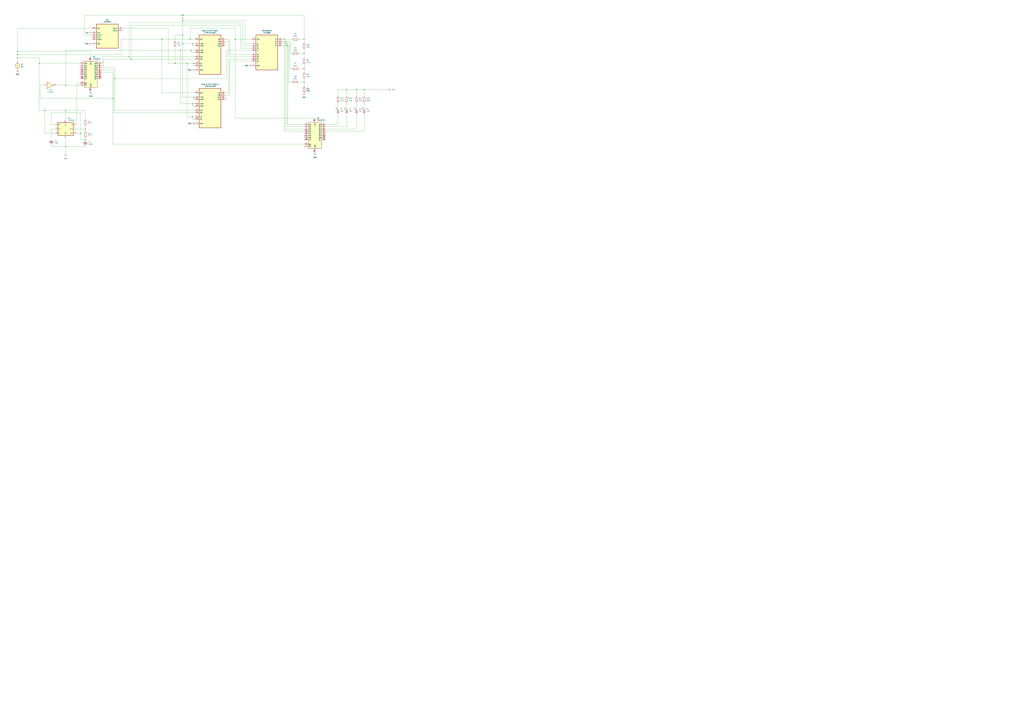
<source format=kicad_sch>
(kicad_sch (version 20231120) (generator "eeschema") (generator_version "8.0")
  (paper "A0")
  (lib_symbols
    (symbol "74HC08N:74HC08N" (pin_names (offset 1.016))
      (property "Reference" "U" (at -5.3686 20.4059 0))
      (property "Value" "74HC08N" (at -4.0721 -27.6903 0))
      (symbol "74HC08N_0_0"
        (rectangle (start -12.7 -22.86) (end 12.7 17.78) (stroke (width 0.4064)) (fill (type background)))
        (pin input line (at -17.78 7.62 0) (length 5.08) (name "1A") (number "1"))
        (pin input line (at -17.78 -10.16 0) (length 5.08) (name "3B") (number "10"))
        (pin output line (at 17.78 5.08 180) (length 5.08) (name "4Y") (number "11"))
        (pin input line (at -17.78 0 0) (length 5.08) (name "4A") (number "12"))
        (pin input line (at -17.78 -12.7 0) (length 5.08) (name "4B") (number "13"))
        (pin power_in line (at -17.78 12.7 0) (length 5.08) (name "VCC") (number "14"))
        (pin input line (at -17.78 -5.08 0) (length 5.08) (name "1B") (number "2"))
        (pin output line (at 17.78 12.7 180) (length 5.08) (name "1Y") (number "3"))
        (pin input line (at -17.78 5.08 0) (length 5.08) (name "2A") (number "4"))
        (pin input line (at -17.78 -7.62 0) (length 5.08) (name "2B") (number "5"))
        (pin output line (at 17.78 10.16 180) (length 5.08) (name "2Y") (number "6"))
        (pin passive line (at -17.78 -17.78 0) (length 5.08) (name "GND") (number "7"))
        (pin output line (at 17.78 7.62 180) (length 5.08) (name "3Y") (number "8"))
        (pin input line (at -17.78 2.54 0) (length 5.08) (name "3A") (number "9"))
      )
    )
    (symbol "74HC74N_652:74HC74N_652" (pin_names (offset 1.016))
      (property "Reference" "U" (at -4.8006 23.0632 0))
      (property "Value" "74HC74N_652" (at -4.5212 -30.226 0))
      (symbol "74HC74N_652_0_0"
        (rectangle (start -12.7 -25.4) (end 12.7 20.32) (stroke (width 0.4064)) (fill (type background)))
        (pin input line (at -17.78 10.16 0) (length 5.08) (name "1~RD") (number "1"))
        (pin input line (at -17.78 0 0) (length 5.08) (name "2~SD") (number "10"))
        (pin input line (at -17.78 -7.62 0) (length 5.08) (name "2CP") (number "11"))
        (pin input line (at -17.78 -15.24 0) (length 5.08) (name "2D") (number "12"))
        (pin input line (at -17.78 7.62 0) (length 5.08) (name "2~RD") (number "13"))
        (pin power_in line (at -17.78 15.24 0) (length 5.08) (name "VCC") (number "14"))
        (pin input line (at -17.78 -12.7 0) (length 5.08) (name "1D") (number "2"))
        (pin input line (at -17.78 -5.08 0) (length 5.08) (name "1CP") (number "3"))
        (pin input line (at -17.78 2.54 0) (length 5.08) (name "1~SD") (number "4"))
        (pin output line (at 17.78 15.24 180) (length 5.08) (name "1Q") (number "5"))
        (pin output line (at 17.78 10.16 180) (length 5.08) (name "1~Q") (number "6"))
        (pin passive line (at -17.78 -20.32 0) (length 5.08) (name "GND") (number "7"))
        (pin output line (at 17.78 7.62 180) (length 5.08) (name "2~Q") (number "8"))
        (pin output line (at 17.78 12.7 180) (length 5.08) (name "2Q") (number "9"))
      )
    )
    (symbol "74xx:74HC273"
      (property "Reference" "U" (at -7.62 16.51 0))
      (property "Value" "74HC273" (at -7.62 -16.51 0))
      (symbol "74HC273_1_0"
        (pin input line (at -12.7 -12.7 0) (length 5.08) (name "~{Mr}") (number "1"))
        (pin power_in line (at 0 -20.32 90) (length 5.08) (name "GND") (number "10"))
        (pin input clock (at -12.7 -10.16 0) (length 5.08) (name "Cp") (number "11"))
        (pin output line (at 12.7 2.54 180) (length 5.08) (name "Q4") (number "12"))
        (pin input line (at -12.7 2.54 0) (length 5.08) (name "D4") (number "13"))
        (pin input line (at -12.7 0 0) (length 5.08) (name "D5") (number "14"))
        (pin output line (at 12.7 0 180) (length 5.08) (name "Q5") (number "15"))
        (pin output line (at 12.7 -2.54 180) (length 5.08) (name "Q6") (number "16"))
        (pin input line (at -12.7 -2.54 0) (length 5.08) (name "D6") (number "17"))
        (pin input line (at -12.7 -5.08 0) (length 5.08) (name "D7") (number "18"))
        (pin output line (at 12.7 -5.08 180) (length 5.08) (name "Q7") (number "19"))
        (pin output line (at 12.7 12.7 180) (length 5.08) (name "Q0") (number "2"))
        (pin power_in line (at 0 20.32 270) (length 5.08) (name "VCC") (number "20"))
        (pin input line (at -12.7 12.7 0) (length 5.08) (name "D0") (number "3"))
        (pin input line (at -12.7 10.16 0) (length 5.08) (name "D1") (number "4"))
        (pin output line (at 12.7 10.16 180) (length 5.08) (name "Q1") (number "5"))
        (pin output line (at 12.7 7.62 180) (length 5.08) (name "Q2") (number "6"))
        (pin input line (at -12.7 7.62 0) (length 5.08) (name "D2") (number "7"))
        (pin input line (at -12.7 5.08 0) (length 5.08) (name "D3") (number "8"))
        (pin output line (at 12.7 5.08 180) (length 5.08) (name "Q3") (number "9"))
      )
      (symbol "74HC273_1_1"
        (rectangle (start -7.62 15.24) (end 7.62 -15.24) (stroke (width 0.254)) (fill (type background)))
      )
    )
    (symbol "74xx:74LS05" (pin_names (offset 1.016))
      (property "Reference" "U" (at 0 1.27 0))
      (property "Value" "74LS05" (at 0 -1.27 0))
      (symbol "74LS05_1_0"
        (polyline (pts (xy -3.81 3.81) (xy -3.81 -3.81) (xy 3.81 0) (xy -3.81 3.81)) (stroke (width 0.254)) (fill (type background)))
        (pin input line (at -7.62 0 0) (length 3.81) (name "~") (number "1"))
        (pin open_collector inverted (at 7.62 0 180) (length 3.81) (name "~") (number "2"))
      )
      (symbol "74LS05_2_0"
        (polyline (pts (xy -3.81 3.81) (xy -3.81 -3.81) (xy 3.81 0) (xy -3.81 3.81)) (stroke (width 0.254)) (fill (type background)))
        (pin input line (at -7.62 0 0) (length 3.81) (name "~") (number "3"))
        (pin open_collector inverted (at 7.62 0 180) (length 3.81) (name "~") (number "4"))
      )
      (symbol "74LS05_3_0"
        (polyline (pts (xy -3.81 3.81) (xy -3.81 -3.81) (xy 3.81 0) (xy -3.81 3.81)) (stroke (width 0.254)) (fill (type background)))
        (pin input line (at -7.62 0 0) (length 3.81) (name "~") (number "5"))
        (pin open_collector inverted (at 7.62 0 180) (length 3.81) (name "~") (number "6"))
      )
      (symbol "74LS05_4_0"
        (polyline (pts (xy -3.81 3.81) (xy -3.81 -3.81) (xy 3.81 0) (xy -3.81 3.81)) (stroke (width 0.254)) (fill (type background)))
        (pin open_collector inverted (at 7.62 0 180) (length 3.81) (name "~") (number "8"))
        (pin input line (at -7.62 0 0) (length 3.81) (name "~") (number "9"))
      )
      (symbol "74LS05_5_0"
        (polyline (pts (xy -3.81 3.81) (xy -3.81 -3.81) (xy 3.81 0) (xy -3.81 3.81)) (stroke (width 0.254)) (fill (type background)))
        (pin open_collector inverted (at 7.62 0 180) (length 3.81) (name "~") (number "10"))
        (pin input line (at -7.62 0 0) (length 3.81) (name "~") (number "11"))
      )
      (symbol "74LS05_6_0"
        (polyline (pts (xy -3.81 3.81) (xy -3.81 -3.81) (xy 3.81 0) (xy -3.81 3.81)) (stroke (width 0.254)) (fill (type background)))
        (pin open_collector inverted (at 7.62 0 180) (length 3.81) (name "~") (number "12"))
        (pin input line (at -7.62 0 0) (length 3.81) (name "~") (number "13"))
      )
      (symbol "74LS05_7_0"
        (pin power_in line (at 0 12.7 270) (length 5.08) (name "VCC") (number "14"))
        (pin power_in line (at 0 -12.7 90) (length 5.08) (name "GND") (number "7"))
      )
      (symbol "74LS05_7_1"
        (rectangle (start -5.08 7.62) (end 5.08 -7.62) (stroke (width 0.254)) (fill (type background)))
      )
    )
    (symbol "Device:C" (pin_numbers hide) (pin_names (offset 0.254))
      (property "Reference" "C" (at 0.635 2.54 0))
      (property "Value" "C" (at 0.635 -2.54 0))
      (symbol "C_0_1"
        (polyline (pts (xy -2.032 -0.762) (xy 2.032 -0.762)) (stroke (width 0.508)))
        (polyline (pts (xy -2.032 0.762) (xy 2.032 0.762)) (stroke (width 0.508)))
      )
      (symbol "C_1_1"
        (pin passive line (at 0 3.81 270) (length 2.794) (name "~") (number "1"))
        (pin passive line (at 0 -3.81 90) (length 2.794) (name "~") (number "2"))
      )
    )
    (symbol "Device:LED" (pin_numbers hide) (pin_names (offset 1.016) hide)
      (property "Reference" "D" (at 0 2.54 0))
      (property "Value" "LED" (at 0 -2.54 0))
      (symbol "LED_0_1"
        (polyline (pts (xy -1.27 -1.27) (xy -1.27 1.27)) (stroke (width 0.254)))
        (polyline (pts (xy -1.27 0) (xy 1.27 0)))
        (polyline (pts (xy 1.27 -1.27) (xy 1.27 1.27) (xy -1.27 0) (xy 1.27 -1.27)) (stroke (width 0.254)))
        (polyline (pts (xy -3.048 -0.762) (xy -4.572 -2.286) (xy -3.81 -2.286) (xy -4.572 -2.286) (xy -4.572 -1.524)))
        (polyline (pts (xy -1.778 -0.762) (xy -3.302 -2.286) (xy -2.54 -2.286) (xy -3.302 -2.286) (xy -3.302 -1.524)))
      )
      (symbol "LED_1_1"
        (pin passive line (at -3.81 0 0) (length 2.54) (name "K") (number "1"))
        (pin passive line (at 3.81 0 180) (length 2.54) (name "A") (number "2"))
      )
    )
    (symbol "Device:R" (pin_numbers hide) (pin_names (offset 0))
      (property "Reference" "R" (at 2.032 0 90))
      (property "Value" "R" (at 0 0 90))
      (symbol "R_0_1"
        (rectangle (start -1.016 -2.54) (end 1.016 2.54) (stroke (width 0.254)))
      )
      (symbol "R_1_1"
        (pin passive line (at 0 3.81 270) (length 1.27) (name "~") (number "1"))
        (pin passive line (at 0 -3.81 90) (length 1.27) (name "~") (number "2"))
      )
    )
    (symbol "LM393NG:LM393NG" (pin_names (offset 1.016))
      (property "Reference" "U" (at -5.3674 14.2199 0))
      (property "Value" "LM393NG" (at -4.8008 -22.7339 0))
      (symbol "LM393NG_0_0"
        (rectangle (start -12.7 -17.78) (end 12.7 10.16) (stroke (width 0.4064)) (fill (type background)))
        (pin output line (at 17.78 5.08 180) (length 5.08) (name "OUT_A") (number "1"))
        (pin input line (at -17.78 0 0) (length 5.08) (name "IN_A") (number "2"))
        (pin input line (at -17.78 -2.54 0) (length 5.08) (name "IN_A_2") (number "3"))
        (pin passive line (at -17.78 -12.7 0) (length 5.08) (name "GND") (number "4"))
        (pin input line (at -17.78 -5.08 0) (length 5.08) (name "IN_B") (number "5"))
        (pin input line (at -17.78 -7.62 0) (length 5.08) (name "IN_B_2") (number "6"))
        (pin output line (at 17.78 2.54 180) (length 5.08) (name "OUT_B") (number "7"))
        (pin power_in line (at -17.78 5.08 0) (length 5.08) (name "VCC") (number "8"))
      )
    )
    (symbol "Simulation_SPICE:VDC" (pin_numbers hide) (pin_names (offset 0.0254))
      (property "Reference" "V" (at 2.54 2.54 0))
      (property "Value" "1" (at 2.54 0 0))
      (symbol "VDC_0_0"
        (polyline (pts (xy -1.27 0.254) (xy 1.27 0.254)))
        (polyline (pts (xy -0.762 -0.254) (xy -1.27 -0.254)))
        (polyline (pts (xy 0.254 -0.254) (xy -0.254 -0.254)))
        (polyline (pts (xy 1.27 -0.254) (xy 0.762 -0.254)))
        (text "+" (at 0 1.905 0) (effects (font (size 1.27 1.27))))
      )
      (symbol "VDC_0_1"
        (circle (center 0 0) (radius 2.54) (stroke (width 0.254)) (fill (type background)))
      )
      (symbol "VDC_1_1"
        (pin passive line (at 0 5.08 270) (length 2.54) (name "~") (number "1"))
        (pin passive line (at 0 -5.08 90) (length 2.54) (name "~") (number "2"))
      )
    )
    (symbol "Timer:LM555xN"
      (property "Reference" "U" (at -10.16 8.89 0))
      (property "Value" "LM555xN" (at 2.54 8.89 0))
      (symbol "LM555xN_0_0"
        (pin power_in line (at 0 -10.16 90) (length 2.54) (name "GND") (number "1"))
        (pin power_in line (at 0 10.16 270) (length 2.54) (name "VCC") (number "8"))
      )
      (symbol "LM555xN_0_1"
        (rectangle (start -8.89 -7.62) (end 8.89 7.62) (stroke (width 0.254)) (fill (type background)))
        (rectangle (start -8.89 -7.62) (end 8.89 7.62) (stroke (width 0.254)) (fill (type background)))
      )
      (symbol "LM555xN_1_1"
        (pin input line (at -12.7 5.08 0) (length 3.81) (name "TR") (number "2"))
        (pin output line (at 12.7 5.08 180) (length 3.81) (name "Q") (number "3"))
        (pin input inverted (at -12.7 -5.08 0) (length 3.81) (name "R") (number "4"))
        (pin input line (at -12.7 0 0) (length 3.81) (name "CV") (number "5"))
        (pin input line (at 12.7 -5.08 180) (length 3.81) (name "THR") (number "6"))
        (pin input line (at 12.7 0 180) (length 3.81) (name "DIS") (number "7"))
      )
    )
    (symbol "power:+5V" (power) (pin_numbers hide) (pin_names (offset 0) hide)
      (property "Value" "+5V" (at 0 3.556 0))
      (symbol "+5V_0_1"
        (polyline (pts (xy -0.762 1.27) (xy 0 2.54)))
        (polyline (pts (xy 0 0) (xy 0 2.54)))
        (polyline (pts (xy 0 2.54) (xy 0.762 1.27)))
      )
      (symbol "+5V_1_1"
        (pin power_in line (at 0 0 90) (length 0) (name "~") (number "1"))
      )
    )
    (symbol "power:GND" (power) (pin_numbers hide) (pin_names (offset 0) hide)
      (property "Value" "GND" (at 0 -3.81 0))
      (symbol "GND_0_1"
        (polyline (pts (xy 0 0) (xy 0 -1.27) (xy 1.27 -1.27) (xy 0 -2.54) (xy -1.27 -1.27) (xy 0 -1.27)))
      )
      (symbol "GND_1_1"
        (pin power_in line (at 0 0 270) (length 0) (name "~") (number "1"))
      )
    )
    (symbol "power:VDD" (power) (pin_numbers hide) (pin_names (offset 0) hide)
      (property "Value" "VDD" (at 0 3.556 0))
      (symbol "VDD_0_1"
        (polyline (pts (xy -0.762 1.27) (xy 0 2.54)))
        (polyline (pts (xy 0 0) (xy 0 2.54)))
        (polyline (pts (xy 0 2.54) (xy 0.762 1.27)))
      )
      (symbol "VDD_1_1"
        (pin power_in line (at 0 0 90) (length 0) (name "~") (number "1"))
      )
    )
  )
  (junction (at 76.2 99.06))
  (junction (at 187.96 45.72))
  (junction (at 212.09 40.64))
  (junction (at 217.17 73.66))
  (junction (at 152.4 68.58))
  (junction (at 149.86 66.04))
  (junction (at 353.06 45.72))
  (junction (at 223.52 50.8))
  (junction (at 20.32 67.31))
  (junction (at 330.2 45.72))
  (junction (at 45.72 73.66))
  (junction (at 99.06 149.86))
  (junction (at 93.98 154.94))
  (junction (at 99.06 162.56))
  (junction (at 212.09 24.13))
  (junction (at 133.35 91.44))
  (junction (at 220.98 45.72))
  (junction (at 224.79 113.03))
  (junction (at 52.07 128.27))
  (junction (at 422.91 104.14))
  (junction (at 203.2 73.66))
  (junction (at 223.52 135.89))
  (junction (at 414.02 104.14))
  (junction (at 331.47 48.26))
  (junction (at 20.32 59.69))
  (junction (at 273.05 45.72))
  (junction (at 223.52 120.65))
  (junction (at 332.74 50.8))
  (junction (at 76.2 170.18))
  (junction (at 224.79 73.66))
  (junction (at 130.81 114.3))
  (junction (at 20.32 63.5))
  (junction (at 212.09 50.8))
  (junction (at 353.06 62.23))
  (junction (at 222.25 58.42))
  (junction (at 334.01 53.34))
  (junction (at 353.06 95.25))
  (junction (at 209.55 58.42))
  (junction (at 353.06 80.01))
  (junction (at 402.59 104.14))
  (junction (at 76.2 128.27))
  (wire (pts (xy 378.46 147.32) (xy 402.59 147.32)))
  (wire (pts (xy 118.11 76.2) (xy 120.65 76.2)))
  (wire (pts (xy 76.2 170.18) (xy 76.2 160.02)))
  (wire (pts (xy 224.79 113.03) (xy 212.09 113.03)))
  (wire (pts (xy 353.06 144.78) (xy 334.01 144.78)))
  (wire (pts (xy 187.96 107.95) (xy 187.96 45.72)))
  (wire (pts (xy 265.43 48.26) (xy 265.43 66.04)))
  (wire (pts (xy 20.32 67.31) (xy 20.32 71.12)))
  (wire (pts (xy 392.43 104.14) (xy 402.59 104.14)))
  (wire (pts (xy 226.06 123.19) (xy 223.52 123.19)))
  (wire (pts (xy 378.46 152.4) (xy 422.91 152.4)))
  (wire (pts (xy 88.9 154.94) (xy 93.98 154.94)))
  (wire (pts (xy 226.06 130.81) (xy 132.08 130.81)))
  (wire (pts (xy 224.79 115.57) (xy 224.79 113.03)))
  (wire (pts (xy 261.62 110.49) (xy 266.7 110.49)))
  (wire (pts (xy 353.06 167.64) (xy 130.81 167.64)))
  (wire (pts (xy 226.06 50.8) (xy 223.52 50.8)))
  (wire (pts (xy 266.7 110.49) (xy 266.7 71.12)))
  (wire (pts (xy 226.06 60.96) (xy 222.25 60.96)))
  (wire (pts (xy 334.01 53.34) (xy 327.66 53.34)))
  (wire (pts (xy 378.46 149.86) (xy 414.02 149.86)))
  (wire (pts (xy 223.52 123.19) (xy 223.52 120.65)))
  (wire (pts (xy 226.06 76.2) (xy 224.79 76.2)))
  (wire (pts (xy 392.43 119.38) (xy 392.43 125.73)))
  (wire (pts (xy 223.52 135.89) (xy 217.17 135.89)))
  (wire (pts (xy 63.5 154.94) (xy 52.07 154.94)))
  (wire (pts (xy 133.35 91.44) (xy 262.89 91.44)))
  (wire (pts (xy 226.06 53.34) (xy 223.52 53.34)))
  (wire (pts (xy 292.1 58.42) (xy 262.89 58.42)))
  (wire (pts (xy 422.91 104.14) (xy 450.85 104.14)))
  (wire (pts (xy 152.4 68.58) (xy 120.65 68.58)))
  (wire (pts (xy 99.06 128.27) (xy 76.2 128.27)))
  (wire (pts (xy 140.97 63.5) (xy 20.32 63.5)))
  (wire (pts (xy 353.06 17.78) (xy 353.06 45.72)))
  (wire (pts (xy 195.58 33.02) (xy 195.58 73.66)))
  (wire (pts (xy 422.91 119.38) (xy 422.91 125.73)))
  (wire (pts (xy 66.04 99.06) (xy 76.2 99.06)))
  (wire (pts (xy 223.52 50.8) (xy 212.09 50.8)))
  (wire (pts (xy 346.71 62.23) (xy 353.06 62.23)))
  (wire (pts (xy 261.62 48.26) (xy 265.43 48.26)))
  (wire (pts (xy 88.9 96.52) (xy 92.71 96.52)))
  (wire (pts (xy 88.9 144.78) (xy 88.9 96.52)))
  (wire (pts (xy 224.79 73.66) (xy 226.06 73.66)))
  (wire (pts (xy 284.48 24.13) (xy 212.09 24.13)))
  (wire (pts (xy 281.94 26.67) (xy 149.86 26.67)))
  (wire (pts (xy 353.06 149.86) (xy 331.47 149.86)))
  (wire (pts (xy 353.06 62.23) (xy 353.06 57.15)))
  (wire (pts (xy 226.06 128.27) (xy 133.35 128.27)))
  (wire (pts (xy 226.06 120.65) (xy 223.52 120.65)))
  (wire (pts (xy 226.06 45.72) (xy 220.98 45.72)))
  (wire (pts (xy 279.4 29.21) (xy 152.4 29.21)))
  (wire (pts (xy 353.06 62.23) (xy 353.06 67.31)))
  (wire (pts (xy 119.38 66.04) (xy 119.38 73.66)))
  (wire (pts (xy 45.72 73.66) (xy 45.72 67.31)))
  (wire (pts (xy 209.55 120.65) (xy 209.55 58.42)))
  (wire (pts (xy 130.81 167.64) (xy 130.81 114.3)))
  (wire (pts (xy 223.52 53.34) (xy 223.52 50.8)))
  (wire (pts (xy 273.05 45.72) (xy 273.05 33.02)))
  (wire (pts (xy 402.59 111.76) (xy 402.59 104.14)))
  (wire (pts (xy 59.69 170.18) (xy 76.2 170.18)))
  (wire (pts (xy 331.47 149.86) (xy 331.47 48.26)))
  (wire (pts (xy 212.09 24.13) (xy 212.09 40.64)))
  (wire (pts (xy 336.55 50.8) (xy 336.55 80.01)))
  (wire (pts (xy 220.98 45.72) (xy 187.96 45.72)))
  (wire (pts (xy 203.2 54.61) (xy 203.2 73.66)))
  (wire (pts (xy 292.1 55.88) (xy 279.4 55.88)))
  (wire (pts (xy 203.2 46.99) (xy 203.2 40.64)))
  (wire (pts (xy 76.2 58.42) (xy 76.2 99.06)))
  (wire (pts (xy 76.2 128.27) (xy 76.2 139.7)))
  (wire (pts (xy 133.35 128.27) (xy 133.35 91.44)))
  (wire (pts (xy 402.59 104.14) (xy 414.02 104.14)))
  (wire (pts (xy 99.06 149.86) (xy 99.06 152.4)))
  (wire (pts (xy 292.1 45.72) (xy 273.05 45.72)))
  (wire (pts (xy 353.06 147.32) (xy 332.74 147.32)))
  (wire (pts (xy 105.41 59.69) (xy 20.32 59.69)))
  (wire (pts (xy 223.52 120.65) (xy 209.55 120.65)))
  (wire (pts (xy 46.99 114.3) (xy 46.99 99.06)))
  (wire (pts (xy 353.06 95.25) (xy 353.06 91.44)))
  (wire (pts (xy 195.58 73.66) (xy 203.2 73.66)))
  (wire (pts (xy 332.74 50.8) (xy 336.55 50.8)))
  (wire (pts (xy 20.32 67.31) (xy 45.72 67.31)))
  (wire (pts (xy 226.06 66.04) (xy 149.86 66.04)))
  (wire (pts (xy 262.89 58.42) (xy 262.89 91.44)))
  (wire (pts (xy 339.09 45.72) (xy 330.2 45.72)))
  (wire (pts (xy 378.46 144.78) (xy 392.43 144.78)))
  (wire (pts (xy 402.59 119.38) (xy 402.59 125.73)))
  (wire (pts (xy 59.69 144.78) (xy 59.69 130.81)))
  (wire (pts (xy 273.05 137.16) (xy 273.05 45.72)))
  (wire (pts (xy 76.2 179.07) (xy 76.2 170.18)))
  (wire (pts (xy 52.07 128.27) (xy 45.72 128.27)))
  (wire (pts (xy 226.06 68.58) (xy 152.4 68.58)))
  (wire (pts (xy 133.35 91.44) (xy 133.35 78.74)))
  (wire (pts (xy 339.09 95.25) (xy 335.28 95.25)))
  (wire (pts (xy 279.4 55.88) (xy 279.4 29.21)))
  (wire (pts (xy 226.06 113.03) (xy 224.79 113.03)))
  (wire (pts (xy 88.9 149.86) (xy 99.06 149.86)))
  (wire (pts (xy 327.66 50.8) (xy 332.74 50.8)))
  (wire (pts (xy 392.43 144.78) (xy 392.43 133.35)))
  (wire (pts (xy 335.28 95.25) (xy 335.28 53.34)))
  (wire (pts (xy 353.06 45.72) (xy 346.71 45.72)))
  (wire (pts (xy 203.2 40.64) (xy 212.09 40.64)))
  (wire (pts (xy 261.62 107.95) (xy 265.43 107.95)))
  (wire (pts (xy 142.24 33.02) (xy 195.58 33.02)))
  (wire (pts (xy 220.98 33.02) (xy 220.98 45.72)))
  (wire (pts (xy 414.02 104.14) (xy 422.91 104.14)))
  (wire (pts (xy 105.41 66.04) (xy 105.41 59.69)))
  (wire (pts (xy 93.98 130.81) (xy 93.98 154.94)))
  (wire (pts (xy 332.74 147.32) (xy 332.74 50.8)))
  (wire (pts (xy 265.43 107.95) (xy 265.43 68.58)))
  (wire (pts (xy 226.06 58.42) (xy 222.25 58.42)))
  (wire (pts (xy 273.05 33.02) (xy 220.98 33.02)))
  (wire (pts (xy 45.72 73.66) (xy 92.71 73.66)))
  (wire (pts (xy 212.09 22.86) (xy 212.09 24.13)))
  (wire (pts (xy 365.76 137.16) (xy 273.05 137.16)))
  (wire (pts (xy 402.59 147.32) (xy 402.59 133.35)))
  (wire (pts (xy 226.06 135.89) (xy 223.52 135.89)))
  (wire (pts (xy 392.43 111.76) (xy 392.43 104.14)))
  (wire (pts (xy 59.69 149.86) (xy 59.69 161.29)))
  (wire (pts (xy 292.1 50.8) (xy 284.48 50.8)))
  (wire (pts (xy 266.7 63.5) (xy 292.1 63.5)))
  (wire (pts (xy 414.02 111.76) (xy 414.02 104.14)))
  (wire (pts (xy 106.68 33.02) (xy 20.32 33.02)))
  (wire (pts (xy 76.2 128.27) (xy 52.07 128.27)))
  (wire (pts (xy 20.32 33.02) (xy 20.32 59.69)))
  (wire (pts (xy 76.2 99.06) (xy 92.71 99.06)))
  (wire (pts (xy 353.06 95.25) (xy 353.06 100.33)))
  (wire (pts (xy 63.5 144.78) (xy 59.69 144.78)))
  (wire (pts (xy 63.5 149.86) (xy 59.69 149.86)))
  (wire (pts (xy 93.98 162.56) (xy 99.06 162.56)))
  (wire (pts (xy 120.65 68.58) (xy 120.65 76.2)))
  (wire (pts (xy 224.79 76.2) (xy 224.79 73.66)))
  (wire (pts (xy 45.72 128.27) (xy 45.72 73.66)))
  (wire (pts (xy 353.06 45.72) (xy 353.06 49.53)))
  (wire (pts (xy 130.81 83.82) (xy 130.81 114.3)))
  (wire (pts (xy 118.11 83.82) (xy 130.81 83.82)))
  (wire (pts (xy 187.96 45.72) (xy 140.97 45.72)))
  (wire (pts (xy 265.43 68.58) (xy 292.1 68.58)))
  (wire (pts (xy 334.01 144.78) (xy 334.01 53.34)))
  (wire (pts (xy 132.08 130.81) (xy 132.08 81.28)))
  (wire (pts (xy 99.06 149.86) (xy 99.06 146.05)))
  (wire (pts (xy 266.7 71.12) (xy 292.1 71.12)))
  (wire (pts (xy 149.86 66.04) (xy 119.38 66.04)))
  (wire (pts (xy 226.06 138.43) (xy 223.52 138.43)))
  (wire (pts (xy 331.47 48.26) (xy 327.66 48.26)))
  (wire (pts (xy 222.25 58.42) (xy 209.55 58.42)))
  (wire (pts (xy 414.02 119.38) (xy 414.02 125.73)))
  (wire (pts (xy 212.09 50.8) (xy 212.09 40.64)))
  (wire (pts (xy 76.2 170.18) (xy 99.06 170.18)))
  (wire (pts (xy 59.69 130.81) (xy 93.98 130.81)))
  (wire (pts (xy 281.94 53.34) (xy 281.94 26.67)))
  (wire (pts (xy 46.99 99.06) (xy 50.8 99.06)))
  (wire (pts (xy 266.7 45.72) (xy 266.7 63.5)))
  (wire (pts (xy 203.2 73.66) (xy 217.17 73.66)))
  (wire (pts (xy 149.86 26.67) (xy 149.86 66.04)))
  (wire (pts (xy 422.91 111.76) (xy 422.91 104.14)))
  (wire (pts (xy 140.97 45.72) (xy 140.97 63.5)))
  (wire (pts (xy 353.06 80.01) (xy 353.06 83.82)))
  (wire (pts (xy 52.07 128.27) (xy 52.07 154.94)))
  (wire (pts (xy 152.4 29.21) (xy 152.4 68.58)))
  (wire (pts (xy 119.38 73.66) (xy 118.11 73.66)))
  (wire (pts (xy 353.06 80.01) (xy 353.06 74.93)))
  (wire (pts (xy 226.06 107.95) (xy 187.96 107.95)))
  (wire (pts (xy 422.91 152.4) (xy 422.91 133.35)))
  (wire (pts (xy 209.55 58.42) (xy 76.2 58.42)))
  (wire (pts (xy 336.55 80.01) (xy 339.09 80.01)))
  (wire (pts (xy 106.68 40.64) (xy 97.79 40.64)))
  (wire (pts (xy 20.32 59.69) (xy 20.32 63.5)))
  (wire (pts (xy 97.79 40.64) (xy 97.79 17.78)))
  (wire (pts (xy 346.71 95.25) (xy 353.06 95.25)))
  (wire (pts (xy 223.52 138.43) (xy 223.52 135.89)))
  (wire (pts (xy 292.1 53.34) (xy 281.94 53.34)))
  (wire (pts (xy 132.08 81.28) (xy 118.11 81.28)))
  (wire (pts (xy 337.82 62.23) (xy 339.09 62.23)))
  (wire (pts (xy 212.09 113.03) (xy 212.09 50.8)))
  (wire (pts (xy 130.81 114.3) (xy 46.99 114.3)))
  (wire (pts (xy 335.28 53.34) (xy 334.01 53.34)))
  (wire (pts (xy 337.82 48.26) (xy 331.47 48.26)))
  (wire (pts (xy 284.48 50.8) (xy 284.48 24.13)))
  (wire (pts (xy 261.62 45.72) (xy 266.7 45.72)))
  (wire (pts (xy 217.17 73.66) (xy 224.79 73.66)))
  (wire (pts (xy 133.35 78.74) (xy 118.11 78.74)))
  (wire (pts (xy 97.79 17.78) (xy 353.06 17.78)))
  (wire (pts (xy 353.06 152.4) (xy 330.2 152.4)))
  (wire (pts (xy 59.69 168.91) (xy 59.69 170.18)))
  (wire (pts (xy 226.06 115.57) (xy 224.79 115.57)))
  (wire (pts (xy 20.32 63.5) (xy 20.32 67.31)))
  (wire (pts (xy 99.06 138.43) (xy 99.06 128.27)))
  (wire (pts (xy 99.06 162.56) (xy 99.06 160.02)))
  (wire (pts (xy 217.17 135.89) (xy 217.17 73.66)))
  (wire (pts (xy 330.2 45.72) (xy 327.66 45.72)))
  (wire (pts (xy 414.02 149.86) (xy 414.02 133.35)))
  (wire (pts (xy 265.43 66.04) (xy 292.1 66.04)))
  (wire (pts (xy 330.2 152.4) (xy 330.2 45.72)))
  (wire (pts (xy 93.98 154.94) (xy 93.98 162.56)))
  (wire (pts (xy 346.71 80.01) (xy 353.06 80.01)))
  (wire (pts (xy 222.25 60.96) (xy 222.25 58.42)))
  (wire (pts (xy 337.82 62.23) (xy 337.82 48.26)))
  (symbol (lib_id "Device:R") (at 99.06 156.21 0) (unit 1)
    (property "Reference" "R2" (at 105.41 156.21 90))
    (property "Value" "2.4k" (at 102.87 156.21 90))
    (property "Footprint" "Resistor_THT:R_Axial_DIN0204_L3.6mm_D1.6mm_P7.62mm_Horizontal" (effects (hide yes)))
    (property "Description" "Resistor" (effects (hide yes)))
  )
  (symbol (lib_id "Device:C") (at 99.06 166.37 0) (unit 1)
    (property "Reference" "C1" (at 102.87 165.0999 0) (effects (justify left)))
    (property "Value" "100n" (at 102.87 167.6399 0) (effects (justify left)))
    (property "Footprint" "Capacitor_THT:CP_Radial_D6.3mm_P2.50mm" (effects (hide yes)))
    (property "Description" "Unpolarized capacitor" (effects (hide yes)))
  )
  (symbol (lib_id "74HC74N_652:74HC74N_652") (at 243.84 123.19 0) (unit 1)
    (property "Reference" "Dual_D_Flip-Flops_2" (at 243.84 97.79 0))
    (property "Value" "74HC74N_652" (at 243.84 100.33 0))
    (property "Footprint" "74HC74N_652:DIP254P762X420-14" (effects (hide yes)))
    (property "MF" "Nexperia" (effects (hide yes)))
    (property "Description_1" "\nFlip Flops DUAL D F/F EDGE TRIG\n" (effects (hide yes)))
    (property "PACKAGE" "DIP-14" (effects (hide yes)))
    (property "MPN" "74HC74N,652" (effects (hide yes)))
    (property "Price" "None" (effects (hide yes)))
    (property "Package" "None" (effects (hide yes)))
    (property "OC_FARNELL" "1826801" (effects (hide yes)))
    (property "SnapEDA_Link" "https://www.snapeda.com/parts/74HC74N,652/Nexperia/view-part/?ref=snap" (effects (hide yes)))
    (property "MP" "74HC74N,652" (effects (hide yes)))
    (property "SUPPLIER" "NXP" (effects (hide yes)))
    (property "OC_NEWARK" "71R2752" (effects (hide yes)))
    (property "Availability" "In Stock" (effects (hide yes)))
    (property "Check_prices" "https://www.snapeda.com/parts/74HC74N,652/Nexperia/view-part/?ref=eda" (effects (hide yes)))
  )
  (symbol (lib_id "Device:R") (at 342.9 62.23 90) (unit 1)
    (property "Reference" "R5" (at 342.9 55.88 90))
    (property "Value" "6.6k" (at 342.9 58.42 90))
    (property "Footprint" "Resistor_THT:R_Axial_DIN0204_L3.6mm_D1.6mm_P7.62mm_Horizontal" (effects (hide yes)))
    (property "Description" "Resistor" (effects (hide yes)))
  )
  (symbol (lib_id "Device:R") (at 422.91 115.57 180) (unit 1)
    (property "Reference" "R15" (at 425.45 114.2999 0) (effects (justify right)))
    (property "Value" "510" (at 425.45 116.8399 0) (effects (justify right)))
    (property "Footprint" "Resistor_THT:R_Axial_DIN0204_L3.6mm_D1.6mm_P7.62mm_Horizontal" (effects (hide yes)))
    (property "Description" "Resistor" (effects (hide yes)))
  )
  (symbol (lib_id "power:GND") (at 450.85 104.14 90) (unit 1)
    (property "Reference" "#PWR018" (effects (hide yes)))
    (property "Value" "GND" (at 454.66 104.1399 90) (effects (justify right)))
    (property "Description" "Power symbol creates a global label with name \"GND\" , ground" (effects (hide yes)))
  )
  (symbol (lib_id "74HC08N:74HC08N") (at 309.88 58.42 0) (unit 1)
    (property "Reference" "AND_Gates1" (at 309.88 35.56 0))
    (property "Value" "74HC08N" (at 309.88 38.1 0))
    (property "Footprint" "74HC08N Library:DIP254P762X420-14" (effects (hide yes)))
    (property "MF" "Texas Instruments" (effects (hide yes)))
    (property "Purchase-URL" "https://www.snapeda.com/api/url_track_click_mouser/?unipart_id=41633&manufacturer=Texas Instruments&part_name=74HC08N&search_term=sn74hc08" (effects (hide yes)))
    (property "PACKAGE" "DIP-14" (effects (hide yes)))
    (property "MPN" "74HC08N" (effects (hide yes)))
    (property "Package" "DIP-14 NXP Semiconductors" (effects (hide yes)))
    (property "OC_FARNELL" "1826777" (effects (hide yes)))
    (property "SnapEDA_Link" "https://www.snapeda.com/parts/74HC08N/Texas+Instruments/view-part/?ref=snap" (effects (hide yes)))
    (property "MP" "74HC08N" (effects (hide yes)))
    (property "SUPPLIER" "NXP" (effects (hide yes)))
    (property "Description_1" "\nSN74HC08 QUADRUPLE 2-INPUT POSIT\n" (effects (hide yes)))
    (property "OC_NEWARK" "71R1931" (effects (hide yes)))
    (property "Check_prices" "https://www.snapeda.com/parts/74HC08N/Texas+Instruments/view-part/?ref=eda" (effects (hide yes)))
  )
  (symbol (lib_id "power:GND") (at 106.68 50.8 270) (unit 1)
    (property "Reference" "#PWR06" (effects (hide yes)))
    (property "Value" "GND" (at 102.87 50.7999 90) (effects (justify right)))
    (property "Description" "Power symbol creates a global label with name \"GND\" , ground" (effects (hide yes)))
  )
  (symbol (lib_id "Device:R") (at 342.9 95.25 90) (unit 1)
    (property "Reference" "R9" (at 342.9 88.9 90))
    (property "Value" "6.6k" (at 342.9 91.44 90))
    (property "Footprint" "Resistor_THT:R_Axial_DIN0204_L3.6mm_D1.6mm_P7.62mm_Horizontal" (effects (hide yes)))
    (property "Description" "Resistor" (effects (hide yes)))
  )
  (symbol (lib_id "power:GND") (at 20.32 81.28 0) (unit 1)
    (property "Reference" "#PWR04" (effects (hide yes)))
    (property "Value" "GND" (at 20.32 86.36 0))
    (property "Description" "Power symbol creates a global label with name \"GND\" , ground" (effects (hide yes)))
  )
  (symbol (lib_id "power:GND") (at 353.06 107.95 0) (unit 1)
    (property "Reference" "#PWR016" (effects (hide yes)))
    (property "Value" "GND" (at 353.06 113.03 0))
    (property "Description" "Power symbol creates a global label with name \"GND\" , ground" (effects (hide yes)))
  )
  (symbol (lib_id "Device:LED") (at 414.02 129.54 270) (unit 1)
    (property "Reference" "D3" (at 416.56 126.6824 90) (effects (justify left)))
    (property "Value" "LED" (at 416.56 129.2224 90) (effects (justify left)))
    (property "Footprint" "LED_THT:LED_D3.0mm_Horizontal_O6.35mm_Z10.0mm" (effects (hide yes)))
    (property "Description" "Light emitting diode" (effects (hide yes)))
  )
  (symbol (lib_id "Device:R") (at 353.06 71.12 180) (unit 1)
    (property "Reference" "R6" (at 355.6 69.8499 0) (effects (justify right)))
    (property "Value" "3.3k" (at 355.6 72.3899 0) (effects (justify right)))
    (property "Footprint" "Resistor_THT:R_Axial_DIN0204_L3.6mm_D1.6mm_P7.62mm_Horizontal" (effects (hide yes)))
    (property "Description" "Resistor" (effects (hide yes)))
  )
  (symbol (lib_id "Device:R") (at 392.43 115.57 180) (unit 1)
    (property "Reference" "R12" (at 394.97 114.2999 0) (effects (justify right)))
    (property "Value" "510" (at 394.97 116.8399 0) (effects (justify right)))
    (property "Footprint" "Resistor_THT:R_Axial_DIN0204_L3.6mm_D1.6mm_P7.62mm_Horizontal" (effects (hide yes)))
    (property "Description" "Resistor" (effects (hide yes)))
  )
  (symbol (lib_id "Device:C") (at 59.69 165.1 0) (unit 1)
    (property "Reference" "C2" (at 63.5 163.8299 0) (effects (justify left)))
    (property "Value" "10n" (at 63.5 166.3699 0) (effects (justify left)))
    (property "Footprint" "Capacitor_THT:CP_Radial_D6.3mm_P2.50mm" (effects (hide yes)))
    (property "Description" "Unpolarized capacitor" (effects (hide yes)))
  )
  (symbol (lib_id "power:GND") (at 105.41 106.68 0) (unit 1)
    (property "Reference" "#PWR05" (effects (hide yes)))
    (property "Value" "GND" (at 105.41 111.76 0))
    (property "Description" "Power symbol creates a global label with name \"GND\" , ground" (effects (hide yes)))
  )
  (symbol (lib_id "power:+5V") (at 106.68 38.1 90) (unit 1)
    (property "Reference" "#PWR01" (effects (hide yes)))
    (property "Value" "+3V" (at 102.87 38.0999 90) (effects (justify left)))
    (property "Description" "Power symbol creates a global label with name \"+5V\"" (effects (hide yes)))
  )
  (symbol (lib_id "power:GND") (at 292.1 76.2 270) (unit 1)
    (property "Reference" "#PWR08" (effects (hide yes)))
    (property "Value" "GND" (at 288.29 76.1999 90) (effects (justify right)))
    (property "Description" "Power symbol creates a global label with name \"GND\" , ground" (effects (hide yes)))
  )
  (symbol (lib_id "Simulation_SPICE:VDC") (at 20.32 76.2 0) (unit 1)
    (property "Reference" "V1" (at 24.13 74.8001 0) (effects (justify left)))
    (property "Value" "5V" (at 24.13 77.3401 0) (effects (justify left)))
    (property "Footprint" "TerminalBlock:TerminalBlock_bornier-3_P5.08mm" (effects (hide yes)))
    (property "Datasheet" "https://ngspice.sourceforge.io/docs/ngspice-html-manual/manual.xhtml#sec_Independent_Sources_for" (effects (hide yes)))
    (property "Description" "Voltage source, DC" (effects (hide yes)))
    (property "Sim.Pins" "1=+ 2=-" (effects (hide yes)))
    (property "Sim.Type" "DC" (effects (hide yes)))
    (property "Sim.Device" "V" (effects (hide yes)))
  )
  (symbol (lib_id "74HC74N_652:74HC74N_652") (at 243.84 60.96 0) (unit 1)
    (property "Reference" "Dual_D_Flip-Flops1" (at 243.84 35.56 0))
    (property "Value" "74HC74N_652" (at 243.84 38.1 0))
    (property "Footprint" "74HC74N_652:DIP254P762X420-14" (effects (hide yes)))
    (property "MF" "Nexperia" (effects (hide yes)))
    (property "Description_1" "\nFlip Flops DUAL D F/F EDGE TRIG\n" (effects (hide yes)))
    (property "PACKAGE" "DIP-14" (effects (hide yes)))
    (property "MPN" "74HC74N,652" (effects (hide yes)))
    (property "Price" "None" (effects (hide yes)))
    (property "Package" "None" (effects (hide yes)))
    (property "OC_FARNELL" "1826801" (effects (hide yes)))
    (property "SnapEDA_Link" "https://www.snapeda.com/parts/74HC74N,652/Nexperia/view-part/?ref=snap" (effects (hide yes)))
    (property "MP" "74HC74N,652" (effects (hide yes)))
    (property "SUPPLIER" "NXP" (effects (hide yes)))
    (property "OC_NEWARK" "71R2752" (effects (hide yes)))
    (property "Availability" "In Stock" (effects (hide yes)))
    (property "Check_prices" "https://www.snapeda.com/parts/74HC74N,652/Nexperia/view-part/?ref=eda" (effects (hide yes)))
  )
  (symbol (lib_id "LM393NG:LM393NG") (at 124.46 38.1 0) (unit 1)
    (property "Reference" "U3" (at 124.46 22.86 0))
    (property "Value" "LM393NG" (at 124.46 25.4 0))
    (property "Footprint" "LM393NG:DIP254P762X533-8" (effects (hide yes)))
    (property "MF" "ON Semiconductor" (effects (hide yes)))
    (property "Description_1" "\nComparator General Purpose CMOS, DTL, ECL, MOS, Open-Collector, TTL 8-PDIP\n" (effects (hide yes)))
    (property "PACKAGE" "PDIP-8" (effects (hide yes)))
    (property "MPN" "LM393NG" (effects (hide yes)))
    (property "Price" "None" (effects (hide yes)))
    (property "Package" "PDIP-8 ON Semiconductor" (effects (hide yes)))
    (property "OC_FARNELL" "1211133" (effects (hide yes)))
    (property "SnapEDA_Link" "https://www.snapeda.com/parts/LM393NG/Onsemi/view-part/?ref=snap" (effects (hide yes)))
    (property "MP" "LM393NG" (effects (hide yes)))
    (property "SUPPLIER" "On Semiconductors" (effects (hide yes)))
    (property "OC_NEWARK" "67H6685" (effects (hide yes)))
    (property "Availability" "In Stock" (effects (hide yes)))
    (property "Check_prices" "https://www.snapeda.com/parts/LM393NG/Onsemi/view-part/?ref=eda" (effects (hide yes)))
  )
  (symbol (lib_id "power:VDD") (at 212.09 22.86 0) (unit 1)
    (property "Reference" "#PWR017" (effects (hide yes)))
    (property "Value" "VDD" (at 212.09 17.78 0))
    (property "Description" "Power symbol creates a global label with name \"VDD\"" (effects (hide yes)))
  )
  (symbol (lib_id "Device:R") (at 353.06 53.34 180) (unit 1)
    (property "Reference" "R10" (at 355.6 52.0699 0) (effects (justify right)))
    (property "Value" "3.3k" (at 355.6 54.6099 0) (effects (justify right)))
    (property "Footprint" "Resistor_THT:R_Axial_DIN0204_L3.6mm_D1.6mm_P7.62mm_Horizontal" (effects (hide yes)))
    (property "Description" "Resistor" (effects (hide yes)))
  )
  (symbol (lib_id "Device:R") (at 353.06 87.63 180) (unit 1)
    (property "Reference" "R8" (at 355.6 86.3599 0) (effects (justify right)))
    (property "Value" "3.3k" (at 355.6 88.8999 0) (effects (justify right)))
    (property "Footprint" "Resistor_THT:R_Axial_DIN0204_L3.6mm_D1.6mm_P7.62mm_Horizontal" (effects (hide yes)))
    (property "Description" "Resistor" (effects (hide yes)))
  )
  (symbol (lib_id "Device:R") (at 342.9 45.72 90) (unit 1)
    (property "Reference" "R4" (at 342.9 39.37 90))
    (property "Value" "6.6k" (at 342.9 41.91 90))
    (property "Footprint" "Resistor_THT:R_Axial_DIN0204_L3.6mm_D1.6mm_P7.62mm_Horizontal" (effects (hide yes)))
    (property "Description" "Resistor" (effects (hide yes)))
  )
  (symbol (lib_id "power:GND") (at 226.06 143.51 270) (unit 1)
    (property "Reference" "#PWR011" (effects (hide yes)))
    (property "Value" "GND" (at 222.25 143.5099 90) (effects (justify right)))
    (property "Description" "Power symbol creates a global label with name \"GND\" , ground" (effects (hide yes)))
  )
  (symbol (lib_id "Device:LED") (at 392.43 129.54 270) (unit 1)
    (property "Reference" "D1" (at 394.97 126.6824 90) (effects (justify left)))
    (property "Value" "LED" (at 394.97 129.2224 90) (effects (justify left)))
    (property "Footprint" "LED_THT:LED_D3.0mm_Horizontal_O6.35mm_Z10.0mm" (effects (hide yes)))
    (property "Description" "Light emitting diode" (effects (hide yes)))
  )
  (symbol (lib_id "Device:LED") (at 422.91 129.54 270) (unit 1)
    (property "Reference" "D4" (at 425.45 126.6824 90) (effects (justify left)))
    (property "Value" "LED" (at 425.45 129.2224 90) (effects (justify left)))
    (property "Footprint" "LED_THT:LED_D3.0mm_Horizontal_O6.35mm_Z10.0mm" (effects (hide yes)))
    (property "Description" "Light emitting diode" (effects (hide yes)))
  )
  (symbol (lib_id "Device:R") (at 353.06 104.14 180) (unit 1)
    (property "Reference" "R11" (at 355.6 102.8699 0) (effects (justify right)))
    (property "Value" "3.3k" (at 355.6 105.4099 0) (effects (justify right)))
    (property "Footprint" "Resistor_THT:R_Axial_DIN0204_L3.6mm_D1.6mm_P7.62mm_Horizontal" (effects (hide yes)))
    (property "Description" "Resistor" (effects (hide yes)))
  )
  (symbol (lib_id "74xx:74LS05") (at 58.42 99.06 0) (unit 1)
    (property "Reference" "U1" (at 58.42 104.394 0))
    (property "Value" "74LS05" (at 58.42 106.934 0))
    (property "Footprint" "RF_Mini-Circuits:Mini-Circuits_BK377" (effects (hide yes)))
    (property "Datasheet" "http://www.ti.com/lit/gpn/sn74LS05" (effects (hide yes)))
    (property "Description" "Inverter Open Collect" (effects (hide yes)))
  )
  (symbol (lib_id "74xx:74HC273") (at 365.76 157.48 0) (unit 1)
    (property "Reference" "U9" (at 367.9541 137.16 0) (effects (justify left)))
    (property "Value" "74HC273" (at 367.9541 139.7 0) (effects (justify left)))
    (property "Footprint" "SN74HC273N:DIP254P762X508-20" (effects (hide yes)))
    (property "Datasheet" "https://assets.nexperia.com/documents/data-sheet/74HC_HCT273.pdf" (effects (hide yes)))
    (property "Description" "8-bit D Flip-Flop, reset" (effects (hide yes)))
  )
  (symbol (lib_id "Device:R") (at 414.02 115.57 180) (unit 1)
    (property "Reference" "R14" (at 416.56 114.2999 0) (effects (justify right)))
    (property "Value" "510" (at 416.56 116.8399 0) (effects (justify right)))
    (property "Footprint" "Resistor_THT:R_Axial_DIN0204_L3.6mm_D1.6mm_P7.62mm_Horizontal" (effects (hide yes)))
    (property "Description" "Resistor" (effects (hide yes)))
  )
  (symbol (lib_id "power:GND") (at 226.06 81.28 270) (unit 1)
    (property "Reference" "#PWR07" (effects (hide yes)))
    (property "Value" "GND" (at 222.25 81.2799 90) (effects (justify right)))
    (property "Description" "Power symbol creates a global label with name \"GND\" , ground" (effects (hide yes)))
  )
  (symbol (lib_id "74xx:74HC273") (at 105.41 86.36 0) (unit 1)
    (property "Reference" "U2" (at 107.6041 66.04 0) (effects (justify left)))
    (property "Value" "74HC273" (at 107.6041 68.58 0) (effects (justify left)))
    (property "Footprint" "SN74HC273N:DIP254P762X508-20" (effects (hide yes)))
    (property "Datasheet" "https://assets.nexperia.com/documents/data-sheet/74HC_HCT273.pdf" (effects (hide yes)))
    (property "Description" "8-bit D Flip-Flop, reset" (effects (hide yes)))
  )
  (symbol (lib_id "Device:LED") (at 402.59 129.54 270) (unit 1)
    (property "Reference" "D2" (at 405.13 126.6824 90) (effects (justify left)))
    (property "Value" "LED" (at 405.13 129.2224 90) (effects (justify left)))
    (property "Footprint" "LED_THT:LED_D3.0mm_Horizontal_O6.35mm_Z10.0mm" (effects (hide yes)))
    (property "Description" "Light emitting diode" (effects (hide yes)))
  )
  (symbol (lib_id "power:GND") (at 76.2 179.07 0) (unit 1)
    (property "Reference" "#PWR02" (effects (hide yes)))
    (property "Value" "GND" (at 76.2 184.15 0))
    (property "Description" "Power symbol creates a global label with name \"GND\" , ground" (effects (hide yes)))
  )
  (symbol (lib_id "Device:R") (at 402.59 115.57 180) (unit 1)
    (property "Reference" "R13" (at 405.13 114.2999 0) (effects (justify right)))
    (property "Value" "510" (at 405.13 116.8399 0) (effects (justify right)))
    (property "Footprint" "Resistor_THT:R_Axial_DIN0204_L3.6mm_D1.6mm_P7.62mm_Horizontal" (effects (hide yes)))
    (property "Description" "Resistor" (effects (hide yes)))
  )
  (symbol (lib_id "Device:R") (at 203.2 50.8 180) (unit 1)
    (property "Reference" "R3" (at 205.74 49.5299 0) (effects (justify right)))
    (property "Value" "5.1k" (at 205.74 52.0699 0) (effects (justify right)))
    (property "Footprint" "Resistor_THT:R_Axial_DIN0204_L3.6mm_D1.6mm_P7.62mm_Horizontal" (effects (hide yes)))
    (property "Description" "Resistor" (effects (hide yes)))
  )
  (symbol (lib_id "Device:R") (at 342.9 80.01 90) (unit 1)
    (property "Reference" "R7" (at 342.9 73.66 90))
    (property "Value" "6.6k" (at 342.9 76.2 90))
    (property "Footprint" "Resistor_THT:R_Axial_DIN0204_L3.6mm_D1.6mm_P7.62mm_Horizontal" (effects (hide yes)))
    (property "Description" "Resistor" (effects (hide yes)))
  )
  (symbol (lib_id "power:GND") (at 365.76 177.8 0) (unit 1)
    (property "Reference" "#PWR015" (effects (hide yes)))
    (property "Value" "GND" (at 365.76 182.88 0))
    (property "Description" "Power symbol creates a global label with name \"GND\" , ground" (effects (hide yes)))
  )
  (symbol (lib_id "Device:R") (at 99.06 142.24 0) (unit 1)
    (property "Reference" "R1" (at 105.41 142.24 90))
    (property "Value" "1.2k" (at 102.87 142.24 90))
    (property "Footprint" "Resistor_THT:R_Axial_DIN0204_L3.6mm_D1.6mm_P7.62mm_Horizontal" (effects (hide yes)))
    (property "Description" "Resistor" (effects (hide yes)))
  )
  (symbol (lib_id "Timer:LM555xN") (at 76.2 149.86 0) (unit 1)
    (property "Reference" "U6" (at 78.3941 137.16 0) (effects (justify left)))
    (property "Value" "LM555xN" (at 78.3941 139.7 0) (effects (justify left)))
    (property "Footprint" "Package_DIP:DIP-8_W7.62mm" (effects (hide yes)))
    (property "Datasheet" "http://www.ti.com/lit/ds/symlink/lm555.pdf" (effects (hide yes)))
    (property "Description" "Timer, 555 compatible, PDIP-8" (effects (hide yes)))
  )
)
</source>
